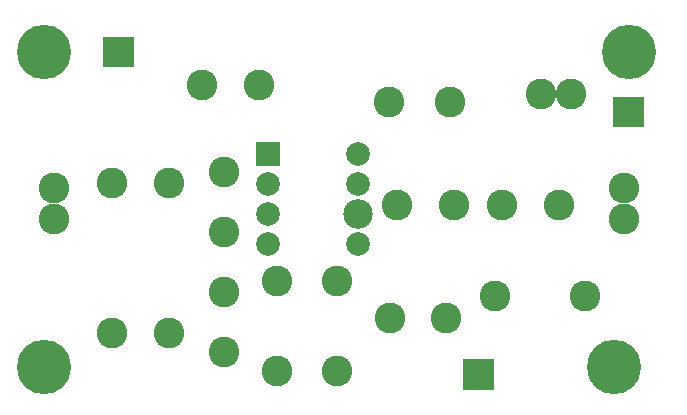
<source format=gbr>
%FSLAX34Y34*%
%MOMM*%
%LNSOLDERMASK_TOP*%
G71*
G01*
%ADD10C,2.000*%
%ADD11C,2.600*%
%ADD12C,2.500*%
%ADD13C,4.600*%
%LPD*%
G36*
X225476Y215475D02*
X225476Y195475D01*
X205476Y195475D01*
X205476Y215475D01*
X225476Y215475D01*
G37*
X215475Y180075D02*
G54D10*
D03*
X215476Y154675D02*
G54D10*
D03*
X215476Y129275D02*
G54D10*
D03*
X291676Y129275D02*
G54D10*
D03*
X291676Y154675D02*
G54D10*
D03*
X291675Y180075D02*
G54D10*
D03*
X291675Y205475D02*
G54D10*
D03*
X178131Y139557D02*
G54D11*
D03*
X178019Y190537D02*
G54D11*
D03*
X83732Y181100D02*
G54D11*
D03*
X131532Y181100D02*
G54D11*
D03*
X83732Y54100D02*
G54D11*
D03*
X131532Y54100D02*
G54D11*
D03*
X178131Y37957D02*
G54D11*
D03*
X178019Y88937D02*
G54D11*
D03*
X222855Y22023D02*
G54D11*
D03*
X222905Y98273D02*
G54D11*
D03*
X273655Y22023D02*
G54D11*
D03*
X273705Y98273D02*
G54D11*
D03*
X318682Y66800D02*
G54D11*
D03*
X366482Y66800D02*
G54D11*
D03*
X325032Y162050D02*
G54D11*
D03*
X372832Y162050D02*
G54D11*
D03*
X159932Y263650D02*
G54D11*
D03*
X207732Y263650D02*
G54D11*
D03*
X446225Y256575D02*
G54D11*
D03*
X471725Y256575D02*
G54D11*
D03*
X178131Y139557D02*
G54D11*
D03*
X291676Y154675D02*
G54D12*
D03*
X222855Y22023D02*
G54D11*
D03*
X273655Y22023D02*
G54D11*
D03*
X34026Y176464D02*
G54D11*
D03*
X34026Y150964D02*
G54D11*
D03*
X516626Y176464D02*
G54D11*
D03*
X516626Y150964D02*
G54D11*
D03*
X318682Y66800D02*
G54D11*
D03*
X178131Y37957D02*
G54D11*
D03*
X178131Y37957D02*
G54D11*
D03*
X83732Y54100D02*
G54D11*
D03*
X159932Y263650D02*
G54D11*
D03*
X407582Y85650D02*
G54D11*
D03*
X483832Y85600D02*
G54D11*
D03*
X318299Y249455D02*
G54D11*
D03*
X369279Y249567D02*
G54D11*
D03*
X413932Y162050D02*
G54D11*
D03*
X461732Y162050D02*
G54D11*
D03*
G36*
X380700Y32050D02*
X406700Y32050D01*
X406700Y6050D01*
X380700Y6050D01*
X380700Y32050D01*
G37*
X25400Y292100D02*
G54D13*
D03*
X25400Y25400D02*
G54D13*
D03*
X508000Y25400D02*
G54D13*
D03*
X520700Y292100D02*
G54D13*
D03*
G36*
X75900Y305100D02*
X101900Y305100D01*
X101900Y279100D01*
X75900Y279100D01*
X75900Y305100D01*
G37*
G36*
X507700Y254300D02*
X533700Y254300D01*
X533700Y228300D01*
X507700Y228300D01*
X507700Y254300D01*
G37*
M02*

</source>
